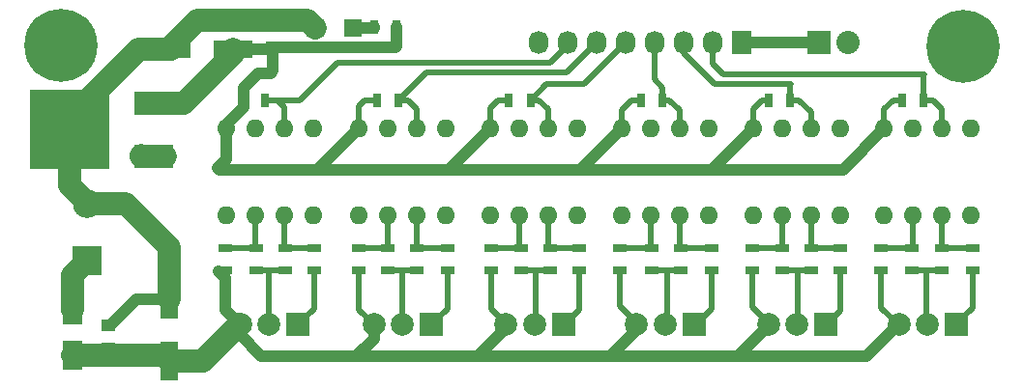
<source format=gtl>
G04 #@! TF.FileFunction,Copper,L1,Top,Signal*
%FSLAX46Y46*%
G04 Gerber Fmt 4.6, Leading zero omitted, Abs format (unit mm)*
G04 Created by KiCad (PCBNEW 4.0.6+dfsg1-1) date Mon Feb 26 20:00:46 2018*
%MOMM*%
%LPD*%
G01*
G04 APERTURE LIST*
%ADD10C,0.100000*%
%ADD11R,3.500000X1.600000*%
%ADD12R,2.000000X2.000000*%
%ADD13C,2.000000*%
%ADD14R,1.800000X2.500000*%
%ADD15R,1.500000X1.500000*%
%ADD16O,1.600000X1.600000*%
%ADD17R,1.727200X2.032000*%
%ADD18O,1.727200X2.032000*%
%ADD19R,1.300000X0.700000*%
%ADD20R,0.700000X1.300000*%
%ADD21R,2.032000X2.032000*%
%ADD22O,2.032000X2.032000*%
%ADD23R,2.500000X2.500000*%
%ADD24C,2.500000*%
%ADD25R,1.600000X3.500000*%
%ADD26R,1.250000X1.000000*%
%ADD27C,6.400000*%
%ADD28C,0.600000*%
%ADD29R,3.500000X2.000000*%
%ADD30R,7.000000X7.000000*%
%ADD31C,2.000000*%
%ADD32C,1.000000*%
%ADD33C,0.500000*%
G04 APERTURE END LIST*
D10*
D11*
X18635960Y29347160D03*
X13235960Y29347160D03*
D12*
X36001960Y5217160D03*
D13*
X33461960Y5217160D03*
X30961960Y5217160D03*
D12*
X58988960Y5217160D03*
D13*
X56448960Y5217160D03*
X53948960Y5217160D03*
D14*
X4607560Y2505960D03*
X4607560Y6505960D03*
D15*
X29092160Y31252160D03*
X25792160Y31252160D03*
D16*
X29651960Y14818360D03*
X32191960Y14818360D03*
X34731960Y14818360D03*
X37271960Y14818360D03*
X37271960Y22438360D03*
X34731960Y22438360D03*
X32191960Y22438360D03*
X29651960Y22438360D03*
X18044160Y14818360D03*
X20584160Y14818360D03*
X23124160Y14818360D03*
X25664160Y14818360D03*
X25664160Y22438360D03*
X23124160Y22438360D03*
X20584160Y22438360D03*
X18044160Y22438360D03*
D12*
X24317960Y5217160D03*
D13*
X21777960Y5217160D03*
X19277960Y5217160D03*
D17*
X63129160Y29956760D03*
D18*
X60589160Y29956760D03*
X58049160Y29956760D03*
X55509160Y29956760D03*
X52969160Y29956760D03*
X50429160Y29956760D03*
X47889160Y29956760D03*
X45349160Y29956760D03*
D12*
X81975960Y5217160D03*
D13*
X79435960Y5217160D03*
X76935960Y5217160D03*
D12*
X70545960Y5217160D03*
D13*
X68005960Y5217160D03*
X65505960Y5217160D03*
D12*
X47558960Y5217160D03*
D13*
X45018960Y5217160D03*
X42518960Y5217160D03*
D16*
X41151160Y14801760D03*
X43691160Y14801760D03*
X46231160Y14801760D03*
X48771160Y14801760D03*
X48771160Y22421760D03*
X46231160Y22421760D03*
X43691160Y22421760D03*
X41151160Y22421760D03*
X52651160Y14801760D03*
X55191160Y14801760D03*
X57731160Y14801760D03*
X60271160Y14801760D03*
X60271160Y22421760D03*
X57731160Y22421760D03*
X55191160Y22421760D03*
X52651160Y22421760D03*
X64151160Y14801760D03*
X66691160Y14801760D03*
X69231160Y14801760D03*
X71771160Y14801760D03*
X71771160Y22421760D03*
X69231160Y22421760D03*
X66691160Y22421760D03*
X64151160Y22421760D03*
X75651160Y14801760D03*
X78191160Y14801760D03*
X80731160Y14801760D03*
X83271160Y14801760D03*
X83271160Y22421760D03*
X80731160Y22421760D03*
X78191160Y22421760D03*
X75651160Y22421760D03*
D19*
X78038960Y11882160D03*
X78038960Y9982160D03*
X80705960Y11882160D03*
X80705960Y9982160D03*
X66735960Y11882160D03*
X66735960Y9982160D03*
X69275960Y11882160D03*
X69275960Y9982160D03*
X75371960Y11882160D03*
X75371960Y9982160D03*
X83372960Y9982160D03*
X83372960Y11882160D03*
X64068960Y11882160D03*
X64068960Y9982160D03*
X71815960Y9982160D03*
X71815960Y11882160D03*
D20*
X79115960Y24902160D03*
X77215960Y24902160D03*
X67431960Y24902160D03*
X65531960Y24902160D03*
D19*
X55305960Y11882160D03*
X55305960Y9982160D03*
X57845960Y11882160D03*
X57845960Y9982160D03*
X43875960Y11882160D03*
X43875960Y9982160D03*
X46415960Y11882160D03*
X46415960Y9982160D03*
X52511960Y11882160D03*
X52511960Y9982160D03*
X60512960Y9982160D03*
X60512960Y11882160D03*
X41208960Y11882160D03*
X41208960Y9982160D03*
X48955960Y9982160D03*
X48955960Y11882160D03*
D20*
X56255960Y24902160D03*
X54355960Y24902160D03*
X44701160Y24901760D03*
X42801160Y24901760D03*
X32913360Y31277560D03*
X31013360Y31277560D03*
D19*
X32191960Y11882160D03*
X32191960Y9982160D03*
X34731960Y11882160D03*
X34731960Y9982160D03*
X29651960Y11882160D03*
X29651960Y9982160D03*
X37398960Y9982160D03*
X37398960Y11882160D03*
D20*
X33141960Y24902160D03*
X31241960Y24902160D03*
D19*
X20634960Y11882160D03*
X20634960Y9982160D03*
X23174960Y11882160D03*
X23174960Y9982160D03*
X17967960Y11882160D03*
X17967960Y9982160D03*
X25714960Y9982160D03*
X25714960Y11882160D03*
D20*
X21457960Y24902160D03*
X19557960Y24902160D03*
D21*
X69973960Y29974160D03*
D22*
X72513960Y29974160D03*
D23*
X5826760Y10779760D03*
D24*
X5826760Y15779760D03*
D25*
X13065760Y2034560D03*
X13065760Y7434560D03*
D26*
X7706360Y3124960D03*
X7706360Y5124960D03*
X22108160Y29490160D03*
X22108160Y31490160D03*
D27*
X3566160Y29677360D03*
D28*
X5966160Y29677360D03*
X5263216Y27980304D03*
X3566160Y27277360D03*
X1869104Y27980304D03*
X1166160Y29677360D03*
X1869104Y31374416D03*
X3566160Y32077360D03*
X5263216Y31374416D03*
D27*
X82560160Y29651960D03*
D28*
X84960160Y29651960D03*
X84257216Y27954904D03*
X82560160Y27251960D03*
X80863104Y27954904D03*
X80160160Y29651960D03*
X80863104Y31349016D03*
X82560160Y32051960D03*
X84257216Y31349016D03*
D29*
X11711160Y19995960D03*
X11711160Y24575960D03*
D30*
X4311160Y22295960D03*
D28*
X12735560Y19974560D03*
X10601960Y20025360D03*
X11617960Y19999960D03*
D31*
X13235960Y29347160D02*
X13235960Y29618960D01*
X13235960Y29618960D02*
X15504160Y31887160D01*
X15504160Y31887160D02*
X25157160Y31887160D01*
X25157160Y31887160D02*
X25792160Y31252160D01*
X4311160Y22295960D02*
X4311160Y23284960D01*
X4311160Y23284960D02*
X10373360Y29347160D01*
X10373360Y29347160D02*
X13235960Y29347160D01*
X5826760Y15779760D02*
X5826760Y15910560D01*
X5826760Y15910560D02*
X4311160Y17426160D01*
X4311160Y17426160D02*
X4311160Y22295960D01*
D32*
X7706360Y5124960D02*
X7868160Y5124960D01*
X7868160Y5124960D02*
X10177760Y7434560D01*
X10177760Y7434560D02*
X13065760Y7434560D01*
D31*
X5826760Y15779760D02*
X9259560Y15779760D01*
X13065760Y11973560D02*
X13065760Y7434560D01*
X9259560Y15779760D02*
X13065760Y11973560D01*
D33*
X83372960Y9982160D02*
X83372960Y6678560D01*
X83372960Y6678560D02*
X81901160Y5206760D01*
X71815960Y9982160D02*
X71815960Y6371560D01*
X71815960Y6371560D02*
X70651160Y5206760D01*
X60512960Y9982160D02*
X60512960Y6568560D01*
X60512960Y6568560D02*
X59151160Y5206760D01*
X48955960Y9982160D02*
X48955960Y6511560D01*
X48955960Y6511560D02*
X47651160Y5206760D01*
X37398960Y9982160D02*
X37398960Y6614160D01*
X37398960Y6614160D02*
X36001960Y5217160D01*
X25714960Y9982160D02*
X25714960Y6614160D01*
X25714960Y6614160D02*
X24317960Y5217160D01*
D31*
X12735560Y19974560D02*
X12714160Y19995960D01*
X12714160Y19995960D02*
X11711160Y19995960D01*
X10601960Y20025360D02*
X10631360Y19995960D01*
X10631360Y19995960D02*
X11711160Y19995960D01*
X11617960Y19999960D02*
X11621960Y19995960D01*
X11621960Y19995960D02*
X11711160Y19995960D01*
X19277960Y5217160D02*
X19161760Y5217160D01*
X19161760Y5217160D02*
X15979160Y2034560D01*
X15979160Y2034560D02*
X13065760Y2034560D01*
D32*
X7706360Y3124960D02*
X7706360Y2854960D01*
X7706360Y2854960D02*
X8055360Y2505960D01*
D31*
X4607560Y2505960D02*
X8055360Y2505960D01*
X8055360Y2505960D02*
X12594360Y2505960D01*
X12594360Y2505960D02*
X13065760Y2034560D01*
D32*
X19277960Y5217160D02*
X18475960Y6019160D01*
X18475960Y6019160D02*
X17967960Y6527160D01*
X19277960Y5217160D02*
X19277960Y4270160D01*
X19277960Y4270160D02*
X21124960Y2423160D01*
X21124960Y2423160D02*
X29397960Y2423160D01*
X17967960Y6527160D02*
X17967960Y9280160D01*
X17373960Y9874160D02*
X17967960Y9280160D01*
X65505960Y5217160D02*
X65505960Y5130160D01*
X65505960Y5130160D02*
X62798960Y2423160D01*
X53948960Y5217160D02*
X53948960Y4749160D01*
X53948960Y4749160D02*
X51622960Y2423160D01*
X42518960Y5217160D02*
X42518960Y4876160D01*
X42518960Y4876160D02*
X40065960Y2423160D01*
X30961960Y5217160D02*
X30961960Y3987160D01*
X30961960Y3987160D02*
X29397960Y2423160D01*
X74077560Y2423160D02*
X76861160Y5206760D01*
X29397960Y2423160D02*
X40065960Y2423160D01*
X40065960Y2423160D02*
X51622960Y2423160D01*
X51622960Y2423160D02*
X62798960Y2423160D01*
X62798960Y2423160D02*
X74077560Y2423160D01*
D33*
X75371960Y9982160D02*
X75371960Y6695960D01*
X75371960Y6695960D02*
X76861160Y5206760D01*
X64068960Y9982160D02*
X64068960Y6748960D01*
X64068960Y6748960D02*
X65611160Y5206760D01*
X52511960Y9982160D02*
X52511960Y6805960D01*
X52511960Y6805960D02*
X54111160Y5206760D01*
X41208960Y9982160D02*
X41208960Y6608960D01*
X41208960Y6608960D02*
X42611160Y5206760D01*
X29651960Y9982160D02*
X29651960Y6527160D01*
X29651960Y6527160D02*
X30961960Y5217160D01*
X17967960Y9982160D02*
X17967960Y9280160D01*
X17967960Y9280160D02*
X17967960Y6527160D01*
X42371160Y5406760D02*
X42571160Y5206760D01*
X79361160Y5206760D02*
X79361160Y9982160D01*
X79308960Y9916160D02*
X79308960Y9982160D01*
X79308960Y9929960D02*
X79308960Y9916160D01*
X79361160Y9982160D02*
X79308960Y9929960D01*
X78038960Y9982160D02*
X79308960Y9982160D01*
X79308960Y9982160D02*
X80705960Y9982160D01*
X68111160Y5206760D02*
X68111160Y9982160D01*
X68005960Y9789160D02*
X68005960Y9982160D01*
X68005960Y9876960D02*
X68005960Y9789160D01*
X68111160Y9982160D02*
X68005960Y9876960D01*
X66735960Y9982160D02*
X68005960Y9982160D01*
X68005960Y9982160D02*
X69275960Y9982160D01*
X56611160Y5206760D02*
X56611160Y9982160D01*
X56702960Y9916160D02*
X56702960Y9982160D01*
X56677160Y9916160D02*
X56702960Y9916160D01*
X56611160Y9982160D02*
X56677160Y9916160D01*
X55305960Y9982160D02*
X56702960Y9982160D01*
X56702960Y9982160D02*
X57845960Y9982160D01*
X45111160Y5206760D02*
X45111160Y9982160D01*
X45145960Y9916160D02*
X45145960Y9982160D01*
X45145960Y9947360D02*
X45145960Y9916160D01*
X45111160Y9982160D02*
X45145960Y9947360D01*
X43875960Y9982160D02*
X45145960Y9982160D01*
X45145960Y9982160D02*
X46415960Y9982160D01*
X60589160Y29956760D02*
X60589160Y28127960D01*
X79115960Y27122160D02*
X79115960Y24902160D01*
X79181960Y27188160D02*
X79115960Y27122160D01*
X61528960Y27188160D02*
X79181960Y27188160D01*
X60589160Y28127960D02*
X61528960Y27188160D01*
X80731160Y22421760D02*
X80731160Y24114960D01*
X79943960Y24902160D02*
X79115960Y24902160D01*
X80731160Y24114960D02*
X79943960Y24902160D01*
X58049160Y29956760D02*
X58049160Y29016960D01*
X58049160Y29016960D02*
X60766960Y26299160D01*
X60766960Y26299160D02*
X67497960Y26299160D01*
X67497960Y26299160D02*
X67431960Y26233160D01*
X67431960Y26233160D02*
X67431960Y24902160D01*
X69231160Y22421760D02*
X69231160Y23841360D01*
X68170360Y24902160D02*
X67431960Y24902160D01*
X69231160Y23841360D02*
X68170360Y24902160D01*
X56255960Y24902160D02*
X56255960Y25984160D01*
X55509160Y26730960D02*
X55509160Y29956760D01*
X56255960Y25984160D02*
X55509160Y26730960D01*
X57731160Y22421760D02*
X57731160Y24000960D01*
X56829960Y24902160D02*
X56255960Y24902160D01*
X57731160Y24000960D02*
X56829960Y24902160D01*
X52969160Y29956760D02*
X52969160Y29931360D01*
X52969160Y29931360D02*
X49336960Y26299160D01*
X49336960Y26299160D02*
X46098560Y26299160D01*
X46098560Y26299160D02*
X44701160Y24901760D01*
X46231160Y22421760D02*
X46231160Y24070960D01*
X45400360Y24901760D02*
X44701160Y24901760D01*
X46231160Y24070960D02*
X45400360Y24901760D01*
X75371960Y11882160D02*
X78038960Y11882160D01*
X78191160Y14801760D02*
X78191160Y12034360D01*
X78191160Y12034360D02*
X78038960Y11882160D01*
X80705960Y11882160D02*
X83372960Y11882160D01*
X80731160Y14801760D02*
X80731160Y11907360D01*
X80731160Y11907360D02*
X80705960Y11882160D01*
X66735960Y11882160D02*
X64068960Y11882160D01*
X66691160Y14801760D02*
X66691160Y11926960D01*
X66691160Y11926960D02*
X66735960Y11882160D01*
X69275960Y11882160D02*
X71815960Y11882160D01*
X69231160Y14801760D02*
X69231160Y11926960D01*
X69231160Y11926960D02*
X69275960Y11882160D01*
X55305960Y11882160D02*
X52511960Y11882160D01*
X55191160Y14801760D02*
X55191160Y11996960D01*
X55191160Y11996960D02*
X55305960Y11882160D01*
X57845960Y11882160D02*
X60512960Y11882160D01*
X57731160Y14801760D02*
X57731160Y11996960D01*
X57731160Y11996960D02*
X57845960Y11882160D01*
X43875960Y11882160D02*
X41208960Y11882160D01*
X43691160Y14801760D02*
X43691160Y12066960D01*
X43691160Y12066960D02*
X43875960Y11882160D01*
X46415960Y11882160D02*
X48955960Y11882160D01*
X46231160Y14801760D02*
X46231160Y12066960D01*
X46231160Y12066960D02*
X46415960Y11882160D01*
X32191960Y11882160D02*
X29651960Y11882160D01*
X32191960Y14818360D02*
X32191960Y11882160D01*
X33461960Y5217160D02*
X33461960Y9982160D01*
X33461960Y9982160D02*
X33461960Y9916160D01*
X33461960Y9916160D02*
X33461960Y9982160D01*
X32191960Y9982160D02*
X33461960Y9982160D01*
X33461960Y9982160D02*
X34731960Y9982160D01*
X34731960Y11882160D02*
X37398960Y11882160D01*
X34731960Y14818360D02*
X34731960Y11882160D01*
X50429160Y29956760D02*
X50429160Y29931360D01*
X50429160Y29931360D02*
X47812960Y27315160D01*
X47812960Y27315160D02*
X35554960Y27315160D01*
X35554960Y27315160D02*
X33141960Y24902160D01*
X34731960Y22438360D02*
X34731960Y24140160D01*
X33969960Y24902160D02*
X33141960Y24902160D01*
X34731960Y24140160D02*
X33969960Y24902160D01*
X20584160Y14818360D02*
X20584160Y11932960D01*
X20584160Y11932960D02*
X20634960Y11882160D01*
X17967960Y11882160D02*
X20634960Y11882160D01*
X21777960Y5217160D02*
X21777960Y9982160D01*
X21777960Y9982160D02*
X21777960Y9789160D01*
X21777960Y9789160D02*
X21777960Y9982160D01*
X20634960Y9982160D02*
X21777960Y9982160D01*
X21777960Y9982160D02*
X23174960Y9982160D01*
X23174960Y11882160D02*
X25714960Y11882160D01*
X23124160Y14818360D02*
X23124160Y11932960D01*
X23124160Y11932960D02*
X23174960Y11882160D01*
X47889160Y29956760D02*
X47889160Y29677360D01*
X47889160Y29677360D02*
X46415960Y28204160D01*
X46415960Y28204160D02*
X27746960Y28204160D01*
X27746960Y28204160D02*
X24444960Y24902160D01*
X24444960Y24902160D02*
X21457960Y24902160D01*
X23124160Y22438360D02*
X23124160Y24317960D01*
X22539960Y24902160D02*
X21457960Y24902160D01*
X23124160Y24317960D02*
X22539960Y24902160D01*
D32*
X29092160Y31252160D02*
X30987960Y31252160D01*
X30987960Y31252160D02*
X31013360Y31277560D01*
D31*
X4607560Y6505960D02*
X4607560Y9560560D01*
X4607560Y9560560D02*
X5826760Y10779760D01*
D32*
X63129160Y29956760D02*
X69956560Y29956760D01*
X69956560Y29956760D02*
X69973960Y29974160D01*
X22108160Y29490160D02*
X32817560Y29490160D01*
X32913360Y29585960D02*
X32913360Y31277560D01*
X32817560Y29490160D02*
X32913360Y29585960D01*
X19557960Y24902160D02*
X19557960Y25984160D01*
X22108160Y27467560D02*
X22108160Y29490160D01*
X21904960Y27264360D02*
X22108160Y27467560D01*
X20838160Y27264360D02*
X21904960Y27264360D01*
X19557960Y25984160D02*
X20838160Y27264360D01*
X18635960Y29347160D02*
X21965160Y29347160D01*
X21965160Y29347160D02*
X22108160Y29490160D01*
D31*
X11711160Y24575960D02*
X14314360Y24575960D01*
X14314360Y24575960D02*
X18635960Y28897560D01*
X18635960Y28897560D02*
X18635960Y29347160D01*
D32*
X18044160Y22438360D02*
X18044160Y22744360D01*
X18044160Y22744360D02*
X19557960Y24258160D01*
X19557960Y24258160D02*
X19557960Y24902160D01*
X18044160Y22438360D02*
X18044160Y19744360D01*
X18044160Y19744360D02*
X17409960Y19110160D01*
X17409960Y19110160D02*
X17273960Y18974160D01*
X17273960Y18974160D02*
X17441960Y18806160D01*
X17441960Y18806160D02*
X26400760Y18806160D01*
X60535560Y18806160D02*
X72035560Y18806160D01*
X72035560Y18806160D02*
X75651160Y22421760D01*
X49035560Y18806160D02*
X60535560Y18806160D01*
X60535560Y18806160D02*
X64151160Y22421760D01*
X37525960Y18806160D02*
X49035560Y18806160D01*
X49035560Y18806160D02*
X52651160Y22421760D01*
X26019760Y18806160D02*
X26400760Y18806160D01*
X26400760Y18806160D02*
X37525960Y18806160D01*
X37525960Y18806160D02*
X37535560Y18806160D01*
X37535560Y18806160D02*
X41151160Y22421760D01*
X26019760Y18806160D02*
X29651960Y22438360D01*
D33*
X72035560Y18806160D02*
X75651160Y22421760D01*
X60535560Y18806160D02*
X64151160Y22421760D01*
X37535560Y18806160D02*
X49035560Y18806160D01*
X49035560Y18806160D02*
X52651160Y22421760D01*
X37535560Y18806160D02*
X41151160Y22421760D01*
X26019760Y18806160D02*
X29651960Y22438360D01*
X75651160Y22421760D02*
X75651160Y24114960D01*
X75651160Y24114960D02*
X76438360Y24902160D01*
X76438360Y24902160D02*
X77215960Y24902160D01*
X64151160Y22421760D02*
X64151160Y24095360D01*
X64151160Y24095360D02*
X64957960Y24902160D01*
X64957960Y24902160D02*
X65531960Y24902160D01*
X52651160Y22421760D02*
X52651160Y24025360D01*
X52651160Y24025360D02*
X53527960Y24902160D01*
X53527960Y24902160D02*
X54355960Y24902160D01*
X41151160Y22421760D02*
X41151160Y24209360D01*
X41151160Y24209360D02*
X41843560Y24901760D01*
X41843560Y24901760D02*
X42801160Y24901760D01*
X29651960Y22438360D02*
X29651960Y24394160D01*
X29651960Y24394160D02*
X30159960Y24902160D01*
X30159960Y24902160D02*
X31241960Y24902160D01*
M02*

</source>
